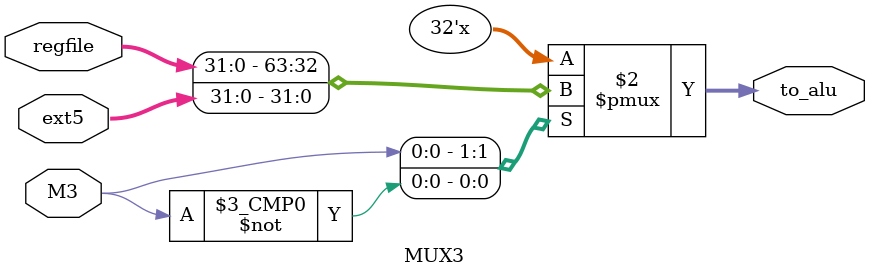
<source format=v>
`timescale 1ns / 1ps


module MUX3(
    input [31 : 0] ext5,//0
    input [31 : 0] regfile,//1
    input M3,
    output reg [31 : 0] to_alu
    );
    always @(*)
    begin
    case(M3)
        1'b1: to_alu = regfile;
        1'b0: to_alu = ext5;
        default:
        to_alu = 32'bz;//regfile
   endcase
   end
endmodule

</source>
